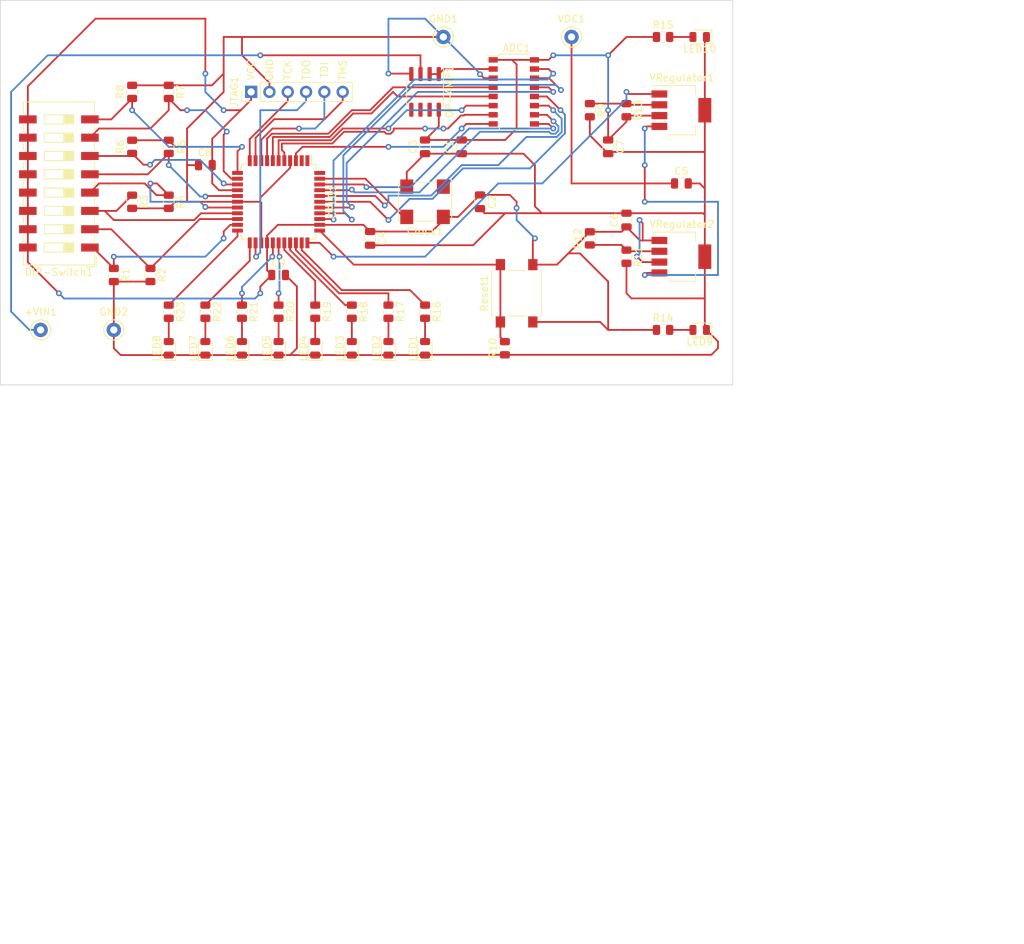
<source format=kicad_pcb>
(kicad_pcb (version 20211014) (generator pcbnew)
  (layers (0 "F.Cu" signal) (31 "B.Cu" signal) (34 "B.Paste" user) (35 "F.Paste" user) (36 "B.SilkS" user "B.Silkscreen") (37 "F.SilkS" user "F.Silkscreen") (38 "B.Mask" user) (39 "F.Mask" user) (44 "Edge.Cuts" user))
  (net 0 "")
  (net 1 "VPOS")
  (net 2 "+5V")
  (net 3 "Net-(ADC1-Pad2)")
  (net 4 "GND")
  (net 5 "CONVST")
  (net 6 "CS")
  (net 7 "RD")
  (net 8 "BUSY")
  (net 9 "ADC0")
  (net 10 "ADC1")
  (net 11 "ADC2")
  (net 12 "ADC3")
  (net 13 "ADC4")
  (net 14 "ADC5")
  (net 15 "ADC6")
  (net 16 "ADC7")
  (net 17 "+3V3")
  (net 18 "VDC")
  (net 20 "CLK")
  (net 22 "LED5")
  (net 23 "LED6")
  (net 24 "TDI")
  (net 25 "TMS")
  (net 26 "TCK")
  (net 27 "SW2")
  (net 28 "SW3")
  (net 29 "SW4")
  (net 30 "SW5")
  (net 31 "SW6")
  (net 32 "TDO")
  (net 33 "SW7")
  (net 34 "SW8")
  (net 35 "LED7")
  (net 36 "LED8")
  (net 37 "VEN5")
  (net 38 "SW1")
  (net 39 "RESET")
  (net 41 "LED1")
  (net 42 "LED2")
  (net 43 "LED3")
  (net 44 "LED4")
  (net 46 "Net-(LED1-Pad2)")
  (net 47 "Net-(LED2-Pad2)")
  (net 48 "Net-(LED3-Pad2)")
  (net 49 "Net-(LED4-Pad2)")
  (net 50 "Net-(LED5-Pad2)")
  (net 51 "Net-(LED6-Pad2)")
  (net 52 "Net-(LED7-Pad2)")
  (net 53 "Net-(LED8-Pad2)")
  (net 54 "Net-(LED9-Pad2)")
  (net 55 "Net-(LED10-Pad2)")
  (net 56 "Net-(R13-Pad1)")
  (net 57 "Net-(R11-Pad1)")
  (footprint "Resistor_SMD:R_0805_2012Metric" (layer "F.Cu") (at 170.18 78.74 -90)
    (fp_text reference "R9")
    (fp_text value "10K")
  )
  (footprint "Package_SO:SOIC-16" (layer "F.Cu") (at 160.02 76.2)
    (fp_text reference "ADC1")
    (fp_text value "AD7819YRZ")
  )
  (footprint "Button_Switch_SMD:SW_SPST_B3S-1000" (layer "F.Cu") (at 160.02 104.14 90)
    (fp_text reference "Reset1")
    (fp_text value "B3S-1000")
  )
  (footprint "TestPoint:TestPoint_Keystone_5000-5004_Miniature" (layer "F.Cu") (at 149.86 68.58)
    (fp_text reference "GND1")
    (fp_text value "TestPoint")
  )
  (footprint "Resistor_SMD:R_0805_2012Metric" (layer "F.Cu") (at 111.76 91.44 -90)
    (fp_text reference "R4")
    (fp_text value "10K")
  )
  (footprint "Oscillator:Oscillator_SMD_SeikoEpson_SG8002CA-4Pin_7.0x5.0mm" (layer "F.Cu") (at 147.32 91.44 180)
    (fp_text reference "Clock1")
    (fp_text value "CSX750FB32M-UT")
  )
  (footprint "Resistor_SMD:R_0805_2012Metric" (layer "F.Cu") (at 158.3925 111.76 90)
    (fp_text reference "R10")
    (fp_text value "10K")
  )
  (footprint "Package_SO:SOIC-8_3.9x4.9mm_P1.27mm" (layer "F.Cu") (at 147.32 76.2 -90)
    (fp_text reference "OP-AMP1")
    (fp_text value "AZ4558CMTR")
  )
  (footprint "Capacitor_SMD:C_0805_2012Metric" (layer "F.Cu") (at 172.72 83.82 -90)
    (fp_text reference "C7")
    (fp_text value "10uF")
  )
  (footprint "Capacitor_SMD:C_0805_2012Metric" (layer "F.Cu") (at 154.94 91.44 -90)
    (fp_text reference "C2")
    (fp_text value ".1uF")
  )
  (footprint "Resistor_SMD:R_0805_2012Metric" (layer "F.Cu") (at 104.14 101.6 -90)
    (fp_text reference "R1")
    (fp_text value "10K")
  )
  (footprint "Package_TO_SOT_SMD:SOT-223-5" (layer "F.Cu") (at 182.88 78.74)
    (fp_text reference "VRegulator1")
    (fp_text value "LP38692MP-ADJ")
  )
  (footprint "Resistor_SMD:R_0805_2012Metric" (layer "F.Cu") (at 106.68 76.2 90)
    (fp_text reference "R8")
    (fp_text value "10K")
  )
  (footprint "Resistor_SMD:R_0805_2012Metric" (layer "F.Cu") (at 121.92 106.6925 -90)
    (fp_text reference "R21")
    (fp_text value "510")
  )
  (footprint "Resistor_SMD:R_0805_2012Metric" (layer "F.Cu") (at 132.08 106.6925 -90)
    (fp_text reference "R19")
    (fp_text value "510")
  )
  (footprint "LED_SMD:LED_0805_2012Metric" (layer "F.Cu") (at 121.92 111.7725 90)
    (fp_text reference "LED6")
    (fp_text value "LED")
  )
  (footprint "Capacitor_SMD:C_0805_2012Metric" (layer "F.Cu") (at 116.84 86.36)
    (fp_text reference "C8")
    (fp_text value ".1uF")
  )
  (footprint "LED_SMD:LED_0805_2012Metric" (layer "F.Cu") (at 132.08 111.7725 90)
    (fp_text reference "LED4")
    (fp_text value "LED")
  )
  (footprint "Resistor_SMD:R_0805_2012Metric" (layer "F.Cu") (at 106.68 83.82 90)
    (fp_text reference "R6")
    (fp_text value "10K")
  )
  (footprint "LED_SMD:LED_0805_2012Metric" (layer "F.Cu") (at 127 111.7725 90)
    (fp_text reference "LED5")
    (fp_text value "LED")
  )
  (footprint "LED_SMD:LED_0805_2012Metric" (layer "F.Cu") (at 185.42 109.22 180)
    (fp_text reference "LED9")
    (fp_text value "LED")
  )
  (footprint "Resistor_SMD:R_0805_2012Metric" (layer "F.Cu") (at 175.26 78.74 -90)
    (fp_text reference "R13")
    (fp_text value "30K")
  )
  (footprint "Connector_PinHeader_2.54mm:JTAG" (layer "F.Cu") (at 123.19 76.2 90)
    (fp_text reference "JTAG1")
    (fp_text value "JTAG1")
  )
  (footprint "TestPoint:TestPoint_Keystone_5000-5004_Miniature" (layer "F.Cu") (at 104.14 109.22)
    (fp_text reference "GND2")
    (fp_text value "TestPoint")
  )
  (footprint "Resistor_SMD:R_0805_2012Metric" (layer "F.Cu") (at 137.16 106.6925 -90)
    (fp_text reference "R18")
    (fp_text value "510")
  )
  (footprint "Resistor_SMD:R_0805_2012Metric" (layer "F.Cu") (at 111.76 106.6925 -90)
    (fp_text reference "R23")
    (fp_text value "510")
  )
  (footprint "LED_SMD:LED_0805_2012Metric" (layer "F.Cu") (at 137.16 111.7725 90)
    (fp_text reference "LED3")
    (fp_text value "LED")
  )
  (footprint "Resistor_SMD:R_0805_2012Metric" (layer "F.Cu") (at 142.24 106.6925 -90)
    (fp_text reference "R17")
    (fp_text value "510")
  )
  (footprint "LED_SMD:LED_0805_2012Metric" (layer "F.Cu") (at 185.42 68.58 180)
    (fp_text reference "LED10")
    (fp_text value "LED")
  )
  (footprint "Capacitor_SMD:C_0805_2012Metric" (layer "F.Cu") (at 139.7 96.52 -90)
    (fp_text reference "C4")
    (fp_text value ".1uF")
  )
  (footprint "Resistor_SMD:R_0805_2012Metric" (layer "F.Cu") (at 106.68 91.44 -90)
    (fp_text reference "R3")
    (fp_text value "10K")
  )
  (footprint "Resistor_SMD:R_0805_2012Metric" (layer "F.Cu") (at 170.18 96.52 90)
    (fp_text reference "R12")
    (fp_text value "16.5K")
  )
  (footprint "Resistor_SMD:R_0805_2012Metric" (layer "F.Cu") (at 180.34 68.58)
    (fp_text reference "R15")
    (fp_text value "330")
  )
  (footprint "Package_TO_SOT_SMD:SOT-223-5" (layer "F.Cu") (at 182.88 99.06)
    (fp_text reference "VRegulator2")
    (fp_text value "LP38692MP-ADJ")
  )
  (footprint "Resistor_SMD:R_0805_2012Metric" (layer "F.Cu") (at 111.76 76.2 -90)
    (fp_text reference "R7")
    (fp_text value "10K")
  )
  (footprint "Capacitor_SMD:C_0805_2012Metric" (layer "F.Cu") (at 175.26 93.98 90)
    (fp_text reference "C6")
    (fp_text value "10uF")
  )
  (footprint "Resistor_SMD:R_0805_2012Metric" (layer "F.Cu") (at 127 106.6925 -90)
    (fp_text reference "R20")
    (fp_text value "510")
  )
  (footprint "Resistor_SMD:R_0805_2012Metric" (layer "F.Cu") (at 116.84 106.6925 -90)
    (fp_text reference "R22")
    (fp_text value "510")
  )
  (footprint "LED_SMD:LED_0805_2012Metric" (layer "F.Cu") (at 111.76 111.7725 90)
    (fp_text reference "LED8")
    (fp_text value "LED")
  )
  (footprint "Capacitor_SMD:C_0805_2012Metric" (layer "F.Cu") (at 127 101.6)
    (fp_text reference "C9")
    (fp_text value ".1uF")
  )
  (footprint "Resistor_SMD:R_0805_2012Metric" (layer "F.Cu") (at 175.26 99.06 -90)
    (fp_text reference "R11")
    (fp_text value "10K")
  )
  (footprint "LED_SMD:LED_0805_2012Metric" (layer "F.Cu") (at 142.24 111.7725 90)
    (fp_text reference "LED2")
    (fp_text value "LED")
  )
  (footprint "Resistor_SMD:R_0805_2012Metric" (layer "F.Cu") (at 180.34 109.22)
    (fp_text reference "R14")
    (fp_text value "330")
  )
  (footprint "Resistor_SMD:R_0805_2012Metric" (layer "F.Cu") (at 109.22 101.6 -90)
    (fp_text reference "R2")
    (fp_text value "10K")
  )
  (footprint "Capacitor_SMD:C_0805_2012Metric" (layer "F.Cu") (at 182.88 88.9)
    (fp_text reference "C5")
    (fp_text value "10uF")
  )
  (footprint "Package_QFP:TQFP-44_10x10mm_P0.8mm" (layer "F.Cu") (at 127 91.44 -90)
    (fp_text reference "CPLD1")
    (fp_text value "XC9572XL-VQG44C")
  )
  (footprint "LED_SMD:LED_0805_2012Metric" (layer "F.Cu") (at 116.84 111.7725 90)
    (fp_text reference "LED7")
    (fp_text value "LED")
  )
  (footprint "TestPoint:TestPoint_Keystone_5000-5004_Miniature" (layer "F.Cu") (at 93.98 109.22)
    (fp_text reference "+VIN1")
    (fp_text value "TestPoint")
  )
  (footprint "TestPoint:TestPoint_Keystone_5000-5004_Miniature" (layer "F.Cu") (at 167.64 68.58)
    (fp_text reference "VDC1")
    (fp_text value "TestPoint")
  )
  (footprint "Resistor_SMD:R_0805_2012Metric" (layer "F.Cu") (at 147.32 106.6925 -90)
    (fp_text reference "R16")
    (fp_text value "510")
  )
  (footprint "Capacitor_SMD:C_0805_2012Metric" (layer "F.Cu") (at 152.4 83.82 90)
    (fp_text reference "C1")
    (fp_text value ".1uF")
  )
  (footprint "LED_SMD:LED_0805_2012Metric" (layer "F.Cu") (at 147.32 111.7725 90)
    (fp_text reference "LED1")
    (fp_text value "LED")
  )
  (footprint "Resistor_SMD:R_0805_2012Metric" (layer "F.Cu") (at 111.76 83.82 -90)
    (fp_text reference "R5")
    (fp_text value "10K")
  )
  (footprint "Capacitor_SMD:C_0805_2012Metric" (layer "F.Cu") (at 147.32 83.82 90)
    (fp_text reference "C3")
    (fp_text value ".1uF")
  )
  (footprint "Button_Switch_SMD:SW_DIP_SPSTx08_Slide_9.78x22.5mm_W8.61mm_P2.54mm" (layer "F.Cu") (at 96.52 88.9 180)
    (fp_text reference "DIP-Switch1")
    (fp_text value "219-8MST")
  )
  (gr_rect (start 88.4 63.5) (end 190 116.84) (layer "Edge.Cuts") (width 0.1) (fill none))
  (segment (start 146.685 71.12) (end 124.46 71.12) (width 0.25) (layer "F.Cu") (net 1))
  (segment (start 146.685 73.725) (end 146.685 71.12) (width 0.25) (layer "F.Cu") (net 1))
  (via (at 124.46 71.12) (size 0.8) (drill 0.4) (layers "F.Cu" "B.Cu") (net 1))
  (segment (start 94.97 71.12) (end 124.46 71.12) (width 0.25) (layer "B.Cu") (net 1))
  (segment (start 89.89 106.68) (end 89.89 76.2) (width 0.25) (layer "B.Cu") (net 1))
  (segment (start 93.98 109.22) (end 92.43 109.22) (width 0.25) (layer "B.Cu") (net 1))
  (segment (start 89.89 76.2) (end 94.97 71.12) (width 0.25) (layer "B.Cu") (net 1))
  (segment (start 92.43 109.22) (end 89.89 106.68) (width 0.25) (layer "B.Cu") (net 1))
  (segment (start 149.225 78.675) (end 149.225 80.965) (width 0.25) (layer "F.Cu") (net 2))
  (segment (start 175.4225 79.49) (end 179.83 79.49) (width 0.25) (layer "F.Cu") (net 2))
  (segment (start 164.465 71.755) (end 165.1 71.12) (width 0.25) (layer "F.Cu") (net 2))
  (segment (start 158.43 82.87) (end 160.02 81.28) (width 0.25) (layer "F.Cu") (net 2))
  (segment (start 160.02 72.39) (end 159.385 71.755) (width 0.25) (layer "F.Cu") (net 2))
  (segment (start 156.77 71.755) (end 159.385 71.755) (width 0.25) (layer "F.Cu") (net 2))
  (segment (start 175.26 68.58) (end 179.4275 68.58) (width 0.25) (layer "F.Cu") (net 2))
  (segment (start 149.225 80.965) (end 147.32 82.87) (width 0.25) (layer "F.Cu") (net 2))
  (segment (start 172.72 82.87) (end 175.26 80.33) (width 0.25) (layer "F.Cu") (net 2))
  (segment (start 175.26 79.6525) (end 175.4225 79.49) (width 0.25) (layer "F.Cu") (net 2))
  (segment (start 160.02 81.28) (end 160.02 72.39) (width 0.25) (layer "F.Cu") (net 2))
  (segment (start 172.72 71.12) (end 175.26 68.58) (width 0.25) (layer "F.Cu") (net 2))
  (segment (start 162.49 71.755) (end 164.465 71.755) (width 0.25) (layer "F.Cu") (net 2))
  (segment (start 159.385 71.755) (end 162.49 71.755) (width 0.25) (layer "F.Cu") (net 2))
  (segment (start 152.4 82.87) (end 158.43 82.87) (width 0.25) (layer "F.Cu") (net 2))
  (segment (start 150.81 82.87) (end 152.4 82.87) (width 0.25) (layer "F.Cu") (net 2))
  (segment (start 175.26 80.33) (end 175.26 79.6525) (width 0.25) (layer "F.Cu") (net 2))
  (segment (start 172.72 82.87) (end 172.72 78.74) (width 0.25) (layer "F.Cu") (net 2))
  (segment (start 147.32 82.87) (end 150.81 82.87) (width 0.25) (layer "F.Cu") (net 2))
  (via (at 172.72 78.74) (size 0.8) (drill 0.4) (layers "F.Cu" "B.Cu") (net 2))
  (via (at 165.1 71.12) (size 0.8) (drill 0.4) (layers "F.Cu" "B.Cu") (net 2))
  (via (at 172.72 71.12) (size 0.8) (drill 0.4) (layers "F.Cu" "B.Cu") (net 2))
  (segment (start 165.1 71.12) (end 172.72 71.12) (width 0.25) (layer "B.Cu") (net 2))
  (segment (start 172.72 78.74) (end 172.72 71.12) (width 0.25) (layer "B.Cu") (net 2))
  (segment (start 147.955 73.725) (end 149.225 73.725) (width 0.25) (layer "F.Cu") (net 3))
  (segment (start 149.925 73.025) (end 156.77 73.025) (width 0.25) (layer "F.Cu") (net 3))
  (segment (start 149.225 73.725) (end 149.925 73.025) (width 0.25) (layer "F.Cu") (net 3))
  (segment (start 124.46 91.44) (end 121.3 91.44) (width 0.25) (layer "F.Cu") (net 4))
  (segment (start 147.32 112.71) (end 147.3575 112.6725) (width 0.25) (layer "F.Cu") (net 4))
  (segment (start 129.54 104.14) (end 129.54 111.76) (width 0.25) (layer "F.Cu") (net 4))
  (segment (start 186.13 68.8075) (end 186.3575 68.58) (width 0.25) (layer "F.Cu") (net 4))
  (segment (start 128.6 86.74) (end 124.46 90.88) (width 0.25) (layer "F.Cu") (net 4))
  (segment (start 186.13 104.85) (end 186.13 99.06) (width 0.25) (layer "F.Cu") (net 4))
  (segment (start 105.09 112.71) (end 111.76 112.71) (width 0.25) (layer "F.Cu") (net 4))
  (segment (start 152.4 84.77) (end 160.97 84.77) (width 0.25) (layer "F.Cu") (net 4))
  (segment (start 129.54 111.76) (end 128.59 112.71) (width 0.25) (layer "F.Cu") (net 4))
  (segment (start 172.72 84.77) (end 172.96 84.53) (width 0.25) (layer "F.Cu") (net 4))
  (segment (start 114.3 81.28) (end 119.38 76.2) (width 0.25) (layer "F.Cu") (net 4))
  (segment (start 172.96 84.53) (end 186.13 84.53) (width 0.25) (layer "F.Cu") (net 4))
  (segment (start 121.92 68.58) (end 149.86 68.58) (width 0.25) (layer "F.Cu") (net 4))
  (segment (start 127.95 101.6) (end 129.54 103.19) (width 0.25) (layer "F.Cu") (net 4))
  (segment (start 111.76 92.3525) (end 112.6725 91.44) (width 0.25) (layer "F.Cu") (net 4))
  (segment (start 185.89 93.03) (end 186.13 93.27) (width 0.25) (layer "F.Cu") (net 4))
  (segment (start 185.42 88.9) (end 186.13 89.61) (width 0.25) (layer "F.Cu") (net 4))
  (segment (start 114.3 83.82) (end 114.3 81.28) (width 0.25) (layer "F.Cu") (net 4))
  (segment (start 111.76 75.2875) (end 117.7525 75.2875) (width 0.25) (layer "F.Cu") (net 4))
  (segment (start 121.92 71.12) (end 125.73 74.93) (width 0.25) (layer "F.Cu") (net 4))
  (segment (start 187.96 111.76) (end 187.0475 112.6725) (width 0.25) (layer "F.Cu") (net 4))
  (segment (start 144.78 89.34) (end 144.78 87.31) (width 0.25) (layer "F.Cu") (net 4))
  (segment (start 112.6725 91.44) (end 114.3 91.44) (width 0.25) (layer "F.Cu") (net 4))
  (segment (start 155.4855 74.295) (end 154.94 73.7495) (width 0.25) (layer "F.Cu") (net 4))
  (segment (start 112.6725 83.82) (end 111.76 82.9075) (width 0.25) (layer "F.Cu") (net 4))
  (segment (start 129.54 103.19) (end 129.54 104.14) (width 0.25) (layer "F.Cu") (net 4))
  (segment (start 175.26 93.03) (end 185.89 93.03) (width 0.25) (layer "F.Cu") (net 4))
  (segment (start 111.76 112.71) (end 125.41 112.71) (width 0.25) (layer "F.Cu") (net 4))
  (segment (start 156.77 74.295) (end 155.4855 74.295) (width 0.25) (layer "F.Cu") (net 4))
  (segment (start 117.7525 75.2875) (end 119.38 73.66) (width 0.25) (layer "F.Cu") (net 4))
  (segment (start 186.13 108.9925) (end 186.13 104.85) (width 0.25) (layer "F.Cu") (net 4))
  (segment (start 154.94 92.39) (end 155.58 93.03) (width 0.25) (layer "F.Cu") (net 4))
  (segment (start 155.58 93.03) (end 158.43 93.03) (width 0.25) (layer "F.Cu") (net 4))
  (segment (start 186.13 99.06) (end 186.13 93.27) (width 0.25) (layer "F.Cu") (net 4))
  (segment (start 186.13 93.27) (end 186.13 89.61) (width 0.25) (layer "F.Cu") (net 4))
  (segment (start 186.3575 109.22) (end 187.96 110.8225) (width 0.25) (layer "F.Cu") (net 4))
  (segment (start 187.0475 112.6725) (end 158.3925 112.6725) (width 0.25) (layer "F.Cu") (net 4))
  (segment (start 145.35 73.66) (end 142.24 73.66) (width 0.25) (layer "F.Cu") (net 4))
  (segment (start 121.3 91.44) (end 114.3 91.44) (width 0.25) (layer "F.Cu") (net 4))
  (segment (start 104.14 102.5125) (end 104.14 109.22) (width 0.25) (layer "F.Cu") (net 4))
  (segment (start 124.6 97.14) (end 124.6 91.58) (width 0.25) (layer "F.Cu") (net 4))
  (segment (start 186.3575 109.22) (end 186.13 108.9925) (width 0.25) (layer "F.Cu") (net 4))
  (segment (start 175.26 99.9725) (end 175.26 104.14) (width 0.25) (layer "F.Cu") (net 4))
  (segment (start 144.78 87.31) (end 145.255 86.835) (width 0.25) (layer "F.Cu") (net 4))
  (segment (start 114.3 91.44) (end 114.3 86.36) (width 0.25) (layer "F.Cu") (net 4))
  (segment (start 170.18 79.6525) (end 170.18 82.23) (width 0.25) (layer "F.Cu") (net 4))
  (segment (start 187.96 110.8225) (end 187.96 111.76) (width 0.25) (layer "F.Cu") (net 4))
  (segment (start 175.97 104.85) (end 186.13 104.85) (width 0.25) (layer "F.Cu") (net 4))
  (segment (start 162.56 92.08) (end 163.51 93.03) (width 0.25) (layer "F.Cu") (net 4))
  (segment (start 183.83 88.9) (end 185.42 88.9) (width 0.25) (layer "F.Cu") (net 4))
  (segment (start 153.99 97.47) (end 158.43 93.03) (width 0.25) (layer "F.Cu") (net 4))
  (segment (start 114.3 86.36) (end 114.3 83.82) (width 0.25) (layer "F.Cu") (net 4))
  (segment (start 163.51 93.03) (end 175.26 93.03) (width 0.25) (layer "F.Cu") (net 4))
  (segment (start 160.97 84.77) (end 162.56 86.36) (width 0.25) (layer "F.Cu") (net 4))
  (segment (start 104.14 111.76) (end 105.09 112.71) (width 0.25) (layer "F.Cu") (net 4))
  (segment (start 170.18 82.23) (end 172.72 84.77) (width 0.25) (layer "F.Cu") (net 4))
  (segment (start 128.6 85.74) (end 128.6 86.74) (width 0.25) (layer "F.Cu") (net 4))
  (segment (start 139.7 97.47) (end 153.99 97.47) (width 0.25) (layer "F.Cu") (net 4))
  (segment (start 119.38 76.2) (end 119.38 73.66) (width 0.25) (layer "F.Cu") (net 4))
  (segment (start 125.41 112.71) (end 128.59 112.71) (width 0.25) (layer "F.Cu") (net 4))
  (segment (start 124.46 90.88) (end 124.46 91.44) (width 0.25) (layer "F.Cu") (net 4))
  (segment (start 128.59 112.71) (end 147.32 112.71) (width 0.25) (layer "F.Cu") (net 4))
  (segment (start 114.3 83.82) (end 112.6725 83.82) (width 0.25) (layer "F.Cu") (net 4))
  (segment (start 186.13 84.53) (end 186.13 78.74) (width 0.25) (layer "F.Cu") (net 4))
  (segment (start 147.3575 112.6725) (end 158.3925 112.6725) (width 0.25) (layer "F.Cu") (net 4))
  (segment (start 175.26 104.14) (end 175.97 104.85) (width 0.25) (layer "F.Cu") (net 4))
  (segment (start 106.68 75.2875) (end 111.76 75.2875) (width 0.25) (layer "F.Cu") (net 4))
  (segment (start 104.14 102.5125) (end 109.22 102.5125) (width 0.25) (layer "F.Cu") (net 4))
  (segment (start 162.56 86.36) (end 162.56 92.08) (width 0.25) (layer "F.Cu") (net 4))
  (segment (start 106.68 92.3525) (end 111.76 92.3525) (width 0.25) (layer "F.Cu") (net 4))
  (segment (start 106.68 82.9075) (end 111.76 82.9075) (width 0.25) (layer "F.Cu") (net 4))
  (segment (start 158.43 93.03) (end 160.97 93.03) (width 0.25) (layer "F.Cu") (net 4))
  (segment (start 125.73 74.93) (end 125.73 76.2) (width 0.25) (layer "F.Cu") (net 4))
  (segment (start 186.13 89.61) (end 186.13 84.53) (width 0.25) (layer "F.Cu") (net 4))
  (segment (start 145.415 73.725) (end 145.35 73.66) (width 0.25) (layer "F.Cu") (net 4))
  (segment (start 119.38 68.58) (end 121.92 68.58) (width 0.25) (layer "F.Cu") (net 4))
  (segment (start 124.6 91.58) (end 124.46 91.44) (width 0.25) (layer "F.Cu") (net 4))
  (segment (start 104.14 109.22) (end 104.14 111.76) (width 0.25) (layer "F.Cu") (net 4))
  (segment (start 145.255 86.835) (end 147.32 84.77) (width 0.25) (layer "F.Cu") (net 4))
  (segment (start 186.13 78.74) (end 186.13 68.8075) (width 0.25) (layer "F.Cu") (net 4))
  (segment (start 160.97 93.03) (end 163.51 93.03) (width 0.25) (layer "F.Cu") (net 4))
  (segment (start 147.32 84.77) (end 152.4 84.77) (width 0.25) (layer "F.Cu") (net 4))
  (segment (start 115.89 86.36) (end 114.3 86.36) (width 0.25) (layer "F.Cu") (net 4))
  (segment (start 121.92 68.58) (end 121.92 71.12) (width 0.25) (layer "F.Cu") (net 4))
  (segment (start 119.38 73.66) (end 119.38 68.58) (width 0.25) (layer "F.Cu") (net 4))
  (via (at 142.24 73.66) (size 0.8) (drill 0.4) (layers "F.Cu" "B.Cu") (net 4))
  (via (at 154.94 73.7495) (size 0.8) (drill 0.4) (layers "F.Cu" "B.Cu") (net 4))
  (segment (start 154.94 73.66) (end 149.86 68.58) (width 0.25) (layer "B.Cu") (net 4))
  (segment (start 142.24 73.66) (end 142.24 66.04) (width 0.25) (layer "B.Cu") (net 4))
  (segment (start 147.32 66.04) (end 149.86 68.58) (width 0.25) (layer "B.Cu") (net 4))
  (segment (start 154.94 73.7495) (end 154.94 73.66) (width 0.25) (layer "B.Cu") (net 4))
  (segment (start 142.24 66.04) (end 147.32 66.04) (width 0.25) (layer "B.Cu") (net 4))
  (segment (start 126.064041 82.004511) (end 133.895489 82.004511) (width 0.25) (layer "F.Cu") (net 5))
  (segment (start 125.4 85.74) (end 125.4 82.66952) (width 0.25) (layer "F.Cu") (net 5))
  (segment (start 142.875 75.565) (end 156.77 75.565) (width 0.25) (layer "F.Cu") (net 5))
  (segment (start 137.16 78.74) (end 139.7 78.74) (width 0.25) (layer "F.Cu") (net 5))
  (segment (start 133.895489 82.004511) (end 137.16 78.74) (width 0.25) (layer "F.Cu") (net 5))
  (segment (start 125.4 82.66952) (end 125.399516 82.669036) (width 0.25) (layer "F.Cu") (net 5))
  (segment (start 125.399516 82.669036) (end 126.064041 82.004511) (width 0.25) (layer "F.Cu") (net 5))
  (segment (start 139.7 78.74) (end 142.875 75.565) (width 0.25) (layer "F.Cu") (net 5))
  (segment (start 137.346198 79.18952) (end 134.081687 82.454031) (width 0.25) (layer "F.Cu") (net 6))
  (segment (start 139.886197 79.18952) (end 137.346198 79.18952) (width 0.25) (layer "F.Cu") (net 6))
  (segment (start 126.2 82.50427) (end 126.2 85.74) (width 0.25) (layer "F.Cu") (net 6))
  (segment (start 156.77 76.835) (end 143.510718 76.835) (width 0.25) (layer "F.Cu") (net 6))
  (segment (start 126.250239 82.454031) (end 126.2 82.50427) (width 0.25) (layer "F.Cu") (net 6))
  (segment (start 142.875718 76.2) (end 139.886197 79.18952) (width 0.25) (layer "F.Cu") (net 6))
  (segment (start 134.081687 82.454031) (end 126.250239 82.454031) (width 0.25) (layer "F.Cu") (net 6))
  (segment (start 143.510718 76.835) (end 142.875718 76.2) (width 0.25) (layer "F.Cu") (net 6))
  (segment (start 127 85.74) (end 127 82.903551) (width 0.25) (layer "F.Cu") (net 7))
  (segment (start 135.891436 81.28) (end 142.24 81.28) (width 0.25) (layer "F.Cu") (net 7))
  (segment (start 153.035 78.105) (end 156.77 78.105) (width 0.25) (layer "F.Cu") (net 7))
  (segment (start 134.267884 82.903551) (end 135.891436 81.28) (width 0.25) (layer "F.Cu") (net 7))
  (segment (start 152.4 78.74) (end 153.035 78.105) (width 0.25) (layer "F.Cu") (net 7))
  (segment (start 127 82.903551) (end 134.267884 82.903551) (width 0.25) (layer "F.Cu") (net 7))
  (via (at 152.4 78.74) (size 0.8) (drill 0.4) (layers "F.Cu" "B.Cu") (net 7))
  (via (at 142.24 81.28) (size 0.8) (drill 0.4) (layers "F.Cu" "B.Cu") (net 7))
  (segment (start 144.78 78.74) (end 152.4 78.74) (width 0.25) (layer "B.Cu") (net 7))
  (segment (start 142.24 81.28) (end 144.78 78.74) (width 0.25) (layer "B.Cu") (net 7))
  (segment (start 142.964511 81.580103) (end 142.964511 81.28) (width 0.25) (layer "F.Cu") (net 8))
  (segment (start 136.077634 81.72952) (end 141.664906 81.72952) (width 0.25) (layer "F.Cu") (net 8))
  (segment (start 152.310489 79.464511) (end 152.700103 79.464511) (width 0.25) (layer "F.Cu") (net 8))
  (segment (start 127.44952 84.26952) (end 127.44952 83.37048) (width 0.25) (layer "F.Cu") (net 8))
  (segment (start 127.8 84.62) (end 127.44952 84.26952) (width 0.25) (layer "F.Cu") (net 8))
  (segment (start 127.44952 83.37048) (end 127.466929 83.353071) (width 0.25) (layer "F.Cu") (net 8))
  (segment (start 141.664906 81.72952) (end 141.939897 82.004511) (width 0.25) (layer "F.Cu") (net 8))
  (segment (start 152.789614 79.375) (end 156.77 79.375) (width 0.25) (layer "F.Cu") (net 8))
  (segment (start 127.466929 83.353071) (end 134.454083 83.353071) (width 0.25) (layer "F.Cu") (net 8))
  (segment (start 134.454083 83.353071) (end 136.077634 81.72952) (width 0.25) (layer "F.Cu") (net 8))
  (segment (start 127.8 85.74) (end 127.8 84.62) (width 0.25) (layer "F.Cu") (net 8))
  (segment (start 141.939897 82.004511) (end 142.540103 82.004511) (width 0.25) (layer "F.Cu") (net 8))
  (segment (start 142.540103 82.004511) (end 142.964511 81.580103) (width 0.25) (layer "F.Cu") (net 8))
  (segment (start 152.700103 79.464511) (end 152.789614 79.375) (width 0.25) (layer "F.Cu") (net 8))
  (segment (start 142.964511 81.28) (end 147.32 81.28) (width 0.25) (layer "F.Cu") (net 8))
  (segment (start 150.488039 81.286961) (end 152.310489 79.464511) (width 0.25) (layer "F.Cu") (net 8))
  (segment (start 149.874032 81.286961) (end 150.488039 81.286961) (width 0.25) (layer "F.Cu") (net 8))
  (via (at 147.32 81.28) (size 0.8) (drill 0.4) (layers "F.Cu" "B.Cu") (net 8))
  (via (at 149.874032 81.286961) (size 0.8) (drill 0.4) (layers "F.Cu" "B.Cu") (net 8))
  (segment (start 147.32 81.28) (end 149.867071 81.28) (width 0.25) (layer "B.Cu") (net 8))
  (segment (start 149.867071 81.28) (end 149.874032 81.286961) (width 0.25) (layer "B.Cu") (net 8))
  (segment (start 134.62 83.82) (end 142.24 83.82) (width 0.25) (layer "F.Cu") (net 9))
  (segment (start 129.4 85.74) (end 129.4 84.74) (width 0.25) (layer "F.Cu") (net 9))
  (segment (start 153.035 80.645) (end 152.4 81.28) (width 0.25) (layer "F.Cu") (net 9))
  (segment (start 129.4 84.74) (end 130.32 83.82) (width 0.25) (layer "F.Cu") (net 9))
  (segment (start 130.32 83.82) (end 134.62 83.82) (width 0.25) (layer "F.Cu") (net 9))
  (segment (start 156.77 80.645) (end 153.035 80.645) (width 0.25) (layer "F.Cu") (net 9))
  (via (at 152.4 81.28) (size 0.8) (drill 0.4) (layers "F.Cu" "B.Cu") (net 9))
  (via (at 142.24 83.82) (size 0.8) (drill 0.4) (layers "F.Cu" "B.Cu") (net 9))
  (segment (start 142.24 83.82) (end 149.86 83.82) (width 0.25) (layer "B.Cu") (net 9))
  (segment (start 149.86 83.82) (end 152.4 81.28) (width 0.25) (layer "B.Cu") (net 9))
  (segment (start 138.815402 89.04) (end 139.187701 89.412299) (width 0.25) (layer "F.Cu") (net 10))
  (segment (start 164.465 80.645) (end 162.49 80.645) (width 0.25) (layer "F.Cu") (net 10))
  (segment (start 132.7 89.04) (end 138.815402 89.04) (width 0.25) (layer "F.Cu") (net 10))
  (segment (start 165.1 81.28) (end 164.465 80.645) (width 0.25) (layer "F.Cu") (net 10))
  (via (at 139.187701 89.412299) (size 0.8) (drill 0.4) (layers "F.Cu" "B.Cu") (net 10))
  (via (at 165.1 81.28) (size 0.8) (drill 0.4) (layers "F.Cu" "B.Cu") (net 10))
  (segment (start 153.424614 81.28) (end 165.1 81.28) (width 0.25) (layer "B.Cu") (net 10))
  (segment (start 145.292315 89.412299) (end 153.424614 81.28) (width 0.25) (layer "B.Cu") (net 10))
  (segment (start 139.187701 89.412299) (end 145.292315 89.412299) (width 0.25) (layer "B.Cu") (net 10))
  (segment (start 137.0845 89.84) (end 137.16 89.7645) (width 0.25) (layer "F.Cu") (net 11))
  (segment (start 164.231406 79.375) (end 165.137611 80.281205) (width 0.25) (layer "F.Cu") (net 11))
  (segment (start 132.7 89.84) (end 137.0845 89.84) (width 0.25) (layer "F.Cu") (net 11))
  (segment (start 162.49 79.375) (end 164.231406 79.375) (width 0.25) (layer "F.Cu") (net 11))
  (via (at 165.137611 80.281205) (size 0.8) (drill 0.4) (layers "F.Cu" "B.Cu") (net 11))
  (via (at 137.16 89.7645) (size 0.8) (drill 0.4) (layers "F.Cu" "B.Cu") (net 11))
  (segment (start 146.53271 90.13681) (end 137.53231 90.13681) (width 0.25) (layer "B.Cu") (net 11))
  (segment (start 165.824511 80.968105) (end 165.824511 81.580103) (width 0.25) (layer "B.Cu") (net 11))
  (segment (start 164.799897 82.004511) (end 164.524906 81.72952) (width 0.25) (layer "B.Cu") (net 11))
  (segment (start 154.94 81.72952) (end 146.53271 90.13681) (width 0.25) (layer "B.Cu") (net 11))
  (segment (start 137.53231 90.13681) (end 137.16 89.7645) (width 0.25) (layer "B.Cu") (net 11))
  (segment (start 165.824511 81.580103) (end 165.400103 82.004511) (width 0.25) (layer "B.Cu") (net 11))
  (segment (start 165.400103 82.004511) (end 164.799897 82.004511) (width 0.25) (layer "B.Cu") (net 11))
  (segment (start 165.137611 80.281205) (end 165.824511 80.968105) (width 0.25) (layer "B.Cu") (net 11))
  (segment (start 164.524906 81.72952) (end 154.94 81.72952) (width 0.25) (layer "B.Cu") (net 11))
  (segment (start 165.1 78.74) (end 164.465 78.105) (width 0.25) (layer "F.Cu") (net 12))
  (segment (start 164.465 78.105) (end 162.49 78.105) (width 0.25) (layer "F.Cu") (net 12))
  (segment (start 132.7 90.64) (end 140.415402 90.64) (width 0.25) (layer "F.Cu") (net 12))
  (segment (start 140.415402 90.64) (end 141.727701 91.952299) (width 0.25) (layer "F.Cu") (net 12))
  (via (at 141.727701 91.952299) (size 0.8) (drill 0.4) (layers "F.Cu" "B.Cu") (net 12))
  (via (at 165.1 78.74) (size 0.8) (drill 0.4) (layers "F.Cu" "B.Cu") (net 12))
  (segment (start 152.4 86.36) (end 157.48 86.36) (width 0.25) (layer "B.Cu") (net 12))
  (segment (start 157.48 86.36) (end 161.385969 82.454031) (width 0.25) (layer "B.Cu") (net 12))
  (segment (start 165.586301 82.454031) (end 166.274031 81.766301) (width 0.25) (layer "B.Cu") (net 12))
  (segment (start 148.17367 90.58633) (end 152.4 86.36) (width 0.25) (layer "B.Cu") (net 12))
  (segment (start 141.727701 91.952299) (end 142.24 91.44) (width 0.25) (layer "B.Cu") (net 12))
  (segment (start 166.274031 81.766301) (end 166.274031 79.914031) (width 0.25) (layer "B.Cu") (net 12))
  (segment (start 142.24 91.44) (end 142.24 90.58633) (width 0.25) (layer "B.Cu") (net 12))
  (segment (start 161.385969 82.454031) (end 165.586301 82.454031) (width 0.25) (layer "B.Cu") (net 12))
  (segment (start 142.24 90.58633) (end 148.17367 90.58633) (width 0.25) (layer "B.Cu") (net 12))
  (segment (start 166.274031 79.914031) (end 165.1 78.74) (width 0.25) (layer "B.Cu") (net 12))
  (segment (start 139.7 91.44) (end 142.24 93.98) (width 0.25) (layer "F.Cu") (net 13))
  (segment (start 166.112051 78.727452) (end 164.219599 76.835) (width 0.25) (layer "F.Cu") (net 13))
  (segment (start 164.219599 76.835) (end 162.49 76.835) (width 0.25) (layer "F.Cu") (net 13))
  (segment (start 132.7 91.44) (end 139.7 91.44) (width 0.25) (layer "F.Cu") (net 13))
  (via (at 166.112051 78.727452) (size 0.8) (drill 0.4) (layers "F.Cu" "B.Cu") (net 13))
  (via (at 142.24 93.98) (size 0.8) (drill 0.4) (layers "F.Cu" "B.Cu") (net 13))
  (segment (start 152.586198 86.80952) (end 161.866529 86.80952) (width 0.25) (layer "B.Cu") (net 13))
  (segment (start 148.359868 91.03585) (end 152.586198 86.80952) (width 0.25) (layer "B.Cu") (net 13))
  (segment (start 166.723551 79.338952) (end 166.112051 78.727452) (width 0.25) (layer "B.Cu") (net 13))
  (segment (start 142.24 93.98) (end 145.18415 91.03585) (width 0.25) (layer "B.Cu") (net 13))
  (segment (start 161.866529 86.80952) (end 166.723551 81.952498) (width 0.25) (layer "B.Cu") (net 13))
  (segment (start 166.723551 81.952498) (end 166.723551 79.338952) (width 0.25) (layer "B.Cu") (net 13))
  (segment (start 145.18415 91.03585) (end 148.359868 91.03585) (width 0.25) (layer "B.Cu") (net 13))
  (segment (start 165.1 76.2) (end 164.465 75.565) (width 0.25) (layer "F.Cu") (net 14))
  (segment (start 164.465 75.565) (end 162.49 75.565) (width 0.25) (layer "F.Cu") (net 14))
  (segment (start 132.7 92.24) (end 137.0845 92.24) (width 0.25) (layer "F.Cu") (net 14))
  (segment (start 137.0845 92.24) (end 137.16 92.1645) (width 0.25) (layer "F.Cu") (net 14))
  (via (at 137.16 92.1645) (size 0.8) (drill 0.4) (layers "F.Cu" "B.Cu") (net 14))
  (via (at 165.1 76.2) (size 0.8) (drill 0.4) (layers "F.Cu" "B.Cu") (net 14))
  (segment (start 136.435489 91.439989) (end 136.435489 86.059897) (width 0.25) (layer "B.Cu") (net 14))
  (segment (start 137.16 92.1645) (end 136.435489 91.439989) (width 0.25) (layer "B.Cu") (net 14))
  (segment (start 136.435489 86.059897) (end 146.295386 76.2) (width 0.25) (layer "B.Cu") (net 14))
  (segment (start 146.295386 76.2) (end 165.1 76.2) (width 0.25) (layer "B.Cu") (net 14))
  (segment (start 166.170891 75.936635) (end 164.529256 74.295) (width 0.25) (layer "F.Cu") (net 15))
  (segment (start 136.22 93.04) (end 137.16 93.98) (width 0.25) (layer "F.Cu") (net 15))
  (segment (start 132.7 93.04) (end 136.22 93.04) (width 0.25) (layer "F.Cu") (net 15))
  (segment (start 137.16 93.98) (end 137.16 93.9155) (width 0.25) (layer "F.Cu") (net 15))
  (segment (start 164.529256 74.295) (end 162.49 74.295) (width 0.25) (layer "F.Cu") (net 15))
  (via (at 137.16 93.9155) (size 0.8) (drill 0.4) (layers "F.Cu" "B.Cu") (net 15))
  (via (at 166.170891 75.936635) (size 0.8) (drill 0.4) (layers "F.Cu" "B.Cu") (net 15))
  (segment (start 137.16 93.9155) (end 135.985969 92.741469) (width 0.25) (layer "B.Cu") (net 15))
  (segment (start 165.458299 75.224043) (end 166.170891 75.936635) (width 0.25) (layer "B.Cu") (net 15))
  (segment (start 135.985969 84.994031) (end 145.755957 75.224043) (width 0.25) (layer "B.Cu") (net 15))
  (segment (start 145.755957 75.224043) (end 165.458299 75.224043) (width 0.25) (layer "B.Cu") (net 15))
  (segment (start 135.985969 92.741469) (end 135.985969 84.994031) (width 0.25) (layer "B.Cu") (net 15))
  (segment (start 165.1 73.66) (end 164.465 73.025) (width 0.25) (layer "F.Cu") (net 16))
  (segment (start 132.7 93.84) (end 134.5445 93.84) (width 0.25) (layer "F.Cu") (net 16))
  (segment (start 164.465 73.025) (end 162.49 73.025) (width 0.25) (layer "F.Cu") (net 16))
  (segment (start 134.5445 93.84) (end 134.62 93.9155) (width 0.25) (layer "F.Cu") (net 16))
  (via (at 134.62 93.9155) (size 0.8) (drill 0.4) (layers "F.Cu" "B.Cu") (net 16))
  (via (at 165.1 73.66) (size 0.8) (drill 0.4) (layers "F.Cu" "B.Cu") (net 16))
  (segment (start 145.870272 74.474011) (end 164.285989 74.474011) (width 0.25) (layer "B.Cu") (net 16))
  (segment (start 134.62 85.724283) (end 145.870272 74.474011) (width 0.25) (layer "B.Cu") (net 16))
  (segment (start 164.285989 74.474011) (end 165.1 73.66) (width 0.25) (layer "B.Cu") (net 16))
  (segment (start 134.62 93.9155) (end 134.62 85.724283) (width 0.25) (layer "B.Cu") (net 16))
  (segment (start 139.7 95.57) (end 143.19 95.57) (width 0.25) (layer "F.Cu") (net 17))
  (segment (start 159.07 90.49) (end 160.02 91.44) (width 0.25) (layer "F.Cu") (net 17))
  (segment (start 138.77 94.64) (end 139.7 95.57) (width 0.25) (layer "F.Cu") (net 17))
  (segment (start 117.79 82.7) (end 117.79 86.36) (width 0.25) (layer "F.Cu") (net 17))
  (segment (start 177.0755 93.98) (end 177.51 94.4145) (width 0.25) (layer "F.Cu") (net 17))
  (segment (start 125.4 97.14) (end 125.4 96.14) (width 0.25) (layer "F.Cu") (net 17))
  (segment (start 125.4 96.14) (end 126.9 94.64) (width 0.25) (layer "F.Cu") (net 17))
  (segment (start 179.83 99.81) (end 177.475789 99.81) (width 0.25) (layer "F.Cu") (net 17))
  (segment (start 160.02 91.44) (end 160.02 92.3055) (width 0.25) (layer "F.Cu") (net 17))
  (segment (start 177.51 96.81) (end 177.14 96.81) (width 0.25) (layer "F.Cu") (net 17))
  (segment (start 179.4275 109.22) (end 172.72 109.22) (width 0.25) (layer "F.Cu") (net 17))
  (segment (start 172.72 102.5125) (end 168.81125 98.60375) (width 0.25) (layer "F.Cu") (net 17))
  (segment (start 125.4 97.14) (end 125.4 100.95) (width 0.25) (layer "F.Cu") (net 17))
  (segment (start 154.94 90.49) (end 151.89 93.54) (width 0.25) (layer "F.Cu") (net 17))
  (segment (start 125.4 100.95) (end 126.05 101.6) (width 0.25) (layer "F.Cu") (net 17))
  (segment (start 92.215 75.425) (end 101.6 66.04) (width 0.25) (layer "F.Cu") (net 17))
  (segment (start 162.56 96.52) (end 162.27 96.81) (width 0.25) (layer "F.Cu") (net 17))
  (segment (start 124.46 104.14) (end 124.46 103.19) (width 0.25) (layer "F.Cu") (net 17))
  (segment (start 123.19 77.3) (end 121.835 78.655) (width 0.25) (layer "F.Cu") (net 17))
  (segment (start 179.83 96.81) (end 177.51 96.81) (width 0.25) (layer "F.Cu") (net 17))
  (segment (start 121.835 78.655) (end 121.75 78.74) (width 0.25) (layer "F.Cu") (net 17))
  (segment (start 117.79 88.9) (end 117.79 86.36) (width 0.25) (layer "F.Cu") (net 17))
  (segment (start 162.27 96.81) (end 162.27 100.165) (width 0.25) (layer "F.Cu") (net 17))
  (segment (start 124.46 103.19) (end 126.05 101.6) (width 0.25) (layer "F.Cu") (net 17))
  (segment (start 165.6225 100.165) (end 162.27 100.165) (width 0.25) (layer "F.Cu") (net 17))
  (segment (start 171.615 108.115) (end 172.72 109.22) (width 0.25) (layer "F.Cu") (net 17))
  (segment (start 92.215 99.835) (end 96.52 104.14) (width 0.25) (layer "F.Cu") (net 17))
  (segment (start 162.27 108.115) (end 171.615 108.115) (width 0.25) (layer "F.Cu") (net 17))
  (segment (start 151.89 93.54) (end 149.86 93.54) (width 0.25) (layer "F.Cu") (net 17))
  (segment (start 123.19 76.2) (end 123.19 77.3) (width 0.25) (layer "F.Cu") (net 17))
  (segment (start 167.18375 98.60375) (end 165.6225 100.165) (width 0.25) (layer "F.Cu") (net 17))
  (segment (start 121.75 78.74) (end 119.38 78.74) (width 0.25) (layer "F.Cu") (net 17))
  (segment (start 118.73 89.84) (end 121.3 89.84) (width 0.25) (layer "F.Cu") (net 17))
  (segment (start 172.72 109.22) (end 172.72 102.5125) (width 0.25) (layer "F.Cu") (net 17))
  (segment (start 101.6 66.04) (end 116.84 66.04) (width 0.25) (layer "F.Cu") (net 17))
  (segment (start 92.215 80.01) (end 92.215 75.425) (width 0.25) (layer "F.Cu") (net 17))
  (segment (start 148.27 95.57) (end 149.86 93.98) (width 0.25) (layer "F.Cu") (net 17))
  (segment (start 143.19 95.57) (end 148.27 95.57) (width 0.25) (layer "F.Cu") (net 17))
  (segment (start 126.9 94.64) (end 132.7 94.64) (width 0.25) (layer "F.Cu") (net 17))
  (segment (start 177.14 96.81) (end 175.26 94.93) (width 0.25) (layer "F.Cu") (net 17))
  (segment (start 177.475789 99.81) (end 176.700289 99.0345) (width 0.25) (layer "F.Cu") (net 17))
  (segment (start 174.5825 95.6075) (end 175.26 94.93) (width 0.25) (layer "F.Cu") (net 17))
  (segment (start 170.18 95.6075) (end 174.5825 95.6075) (width 0.25) (layer "F.Cu") (net 17))
  (segment (start 118.73 89.84) (end 117.79 88.9) (width 0.25) (layer "F.Cu") (net 17))
  (segment (start 92.215 97.79) (end 92.215 99.835) (width 0.25) (layer "F.Cu") (net 17))
  (segment (start 121.835 78.655) (end 117.79 82.7) (width 0.25) (layer "F.Cu") (net 17))
  (segment (start 132.7 94.64) (end 138.77 94.64) (width 0.25) (layer "F.Cu") (net 17))
  (segment (start 154.94 90.49) (end 159.07 90.49) (width 0.25) (layer "F.Cu") (net 17))
  (segment (start 168.81125 98.60375) (end 167.18375 98.60375) (width 0.25) (layer "F.Cu") (net 17))
  (segment (start 116.84 73.66) (end 116.84 66.04) (width 0.25) (layer "F.Cu") (net 17))
  (segment (start 92.215 80.01) (end 92.215 97.79) (width 0.25) (layer "F.Cu") (net 17))
  (segment (start 177.51 94.4145) (end 177.51 96.81) (width 0.25) (layer "F.Cu") (net 17))
  (segment (start 149.86 93.98) (end 149.86 93.54) (width 0.25) (layer "F.Cu") (net 17))
  (segment (start 170.18 95.6075) (end 167.18375 98.60375) (width 0.25) (layer "F.Cu") (net 17))
  (via (at 177.0755 93.98) (size 0.8) (drill 0.4) (layers "F.Cu" "B.Cu") (net 17))
  (via (at 124.46 104.14) (size 0.8) (drill 0.4) (layers "F.Cu" "B.Cu") (net 17))
  (via (at 116.84 73.66) (size 0.8) (drill 0.4) (layers "F.Cu" "B.Cu") (net 17))
  (via (at 160.02 92.3055) (size 0.8) (drill 0.4) (layers "F.Cu" "B.Cu") (net 17))
  (via (at 176.700289 99.0345) (size 0.8) (drill 0.4) (layers "F.Cu" "B.Cu") (net 17))
  (via (at 162.56 96.52) (size 0.8) (drill 0.4) (layers "F.Cu" "B.Cu") (net 17))
  (via (at 119.38 78.74) (size 0.8) (drill 0.4) (layers "F.Cu" "B.Cu") (net 17))
  (via (at 96.52 104.14) (size 0.8) (drill 0.4) (layers "F.Cu" "B.Cu") (net 17))
  (segment (start 123.735489 104.864511) (end 124.46 104.14) (width 0.25) (layer "B.Cu") (net 17))
  (segment (start 116.84 76.2) (end 116.84 73.66) (width 0.25) (layer "B.Cu") (net 17))
  (segment (start 97.244511 104.864511) (end 123.735489 104.864511) (width 0.25) (layer "B.Cu") (net 17))
  (segment (start 160.02 92.3055) (end 160.02 93.98) (width 0.25) (layer "B.Cu") (net 17))
  (segment (start 177.0755 98.659289) (end 177.0755 93.98) (width 0.25) (layer "B.Cu") (net 17))
  (segment (start 119.38 78.74) (end 116.84 76.2) (width 0.25) (layer "B.Cu") (net 17))
  (segment (start 176.700289 99.0345) (end 177.0755 98.659289) (width 0.25) (layer "B.Cu") (net 17))
  (segment (start 160.02 93.98) (end 162.56 96.52) (width 0.25) (layer "B.Cu") (net 17))
  (segment (start 96.52 104.14) (end 97.244511 104.864511) (width 0.25) (layer "B.Cu") (net 17))
  (segment (start 177.8 88.9) (end 177.8 91.44) (width 0.25) (layer "F.Cu") (net 18))
  (segment (start 178.09 80.99) (end 177.8 81.28) (width 0.25) (layer "F.Cu") (net 18))
  (segment (start 178.09 101.31) (end 177.8 101.6) (width 0.25) (layer "F.Cu") (net 18))
  (segment (start 177.8 86.36) (end 177.8 88.9) (width 0.25) (layer "F.Cu") (net 18))
  (segment (start 181.93 88.9) (end 167.64 88.9) (width 0.25) (layer "F.Cu") (net 18))
  (segment (start 167.64 88.9) (end 167.64 68.58) (width 0.25) (layer "F.Cu") (net 18))
  (segment (start 179.83 80.99) (end 178.09 80.99) (width 0.25) (layer "F.Cu") (net 18))
  (segment (start 179.83 101.31) (end 178.09 101.31) (width 0.25) (layer "F.Cu") (net 18))
  (via (at 177.8 86.36) (size 0.8) (drill 0.4) (layers "F.Cu" "B.Cu") (net 18))
  (via (at 177.8 91.44) (size 0.8) (drill 0.4) (layers "F.Cu" "B.Cu") (net 18))
  (via (at 177.8 81.28) (size 0.8) (drill 0.4) (layers "F.Cu" "B.Cu") (net 18))
  (via (at 177.8 101.6) (size 0.8) (drill 0.4) (layers "F.Cu" "B.Cu") (net 18))
  (segment (start 187.96 101.6) (end 187.96 91.44) (width 0.25) (layer "B.Cu") (net 18))
  (segment (start 187.96 101.6) (end 177.8 101.6) (width 0.25) (layer "B.Cu") (net 18))
  (segment (start 187.96 91.44) (end 177.8 91.44) (width 0.25) (layer "B.Cu") (net 18))
  (segment (start 177.8 81.28) (end 177.8 86.36) (width 0.25) (layer "B.Cu") (net 18))
  (segment (start 139.04 88.24) (end 144.34 93.54) (width 0.25) (layer "F.Cu") (net 20))
  (segment (start 132.7 88.24) (end 139.04 88.24) (width 0.25) (layer "F.Cu") (net 20))
  (segment (start 144.34 93.54) (end 144.78 93.54) (width 0.25) (layer "F.Cu") (net 20))
  (segment (start 127 98.935997) (end 127.124003 99.06) (width 0.25) (layer "F.Cu") (net 22))
  (segment (start 127 104.14) (end 127 105.78) (width 0.25) (layer "F.Cu") (net 22))
  (segment (start 127 97.14) (end 127 98.935997) (width 0.25) (layer "F.Cu") (net 22))
  (via (at 127.124003 99.06) (size 0.8) (drill 0.4) (layers "F.Cu" "B.Cu") (net 22))
  (via (at 127 104.14) (size 0.8) (drill 0.4) (layers "F.Cu" "B.Cu") (net 22))
  (segment (start 127.124003 104.015997) (end 127 104.14) (width 0.25) (layer "B.Cu") (net 22))
  (segment (start 127.124003 99.06) (end 127.124003 104.015997) (width 0.25) (layer "B.Cu") (net 22))
  (segment (start 126.2 97.14) (end 126.2 98.9845) (width 0.25) (layer "F.Cu") (net 23))
  (segment (start 126.2 98.9845) (end 126.1245 99.06) (width 0.25) (layer "F.Cu") (net 23))
  (segment (start 121.92 104.14) (end 121.92 105.78) (width 0.25) (layer "F.Cu") (net 23))
  (via (at 121.92 104.14) (size 0.8) (drill 0.4) (layers "F.Cu" "B.Cu") (net 23))
  (via (at 126.1245 99.06) (size 0.8) (drill 0.4) (layers "F.Cu" "B.Cu") (net 23))
  (segment (start 121.92 103.2645) (end 121.92 104.14) (width 0.25) (layer "B.Cu") (net 23))
  (segment (start 126.1245 99.06) (end 121.92 103.2645) (width 0.25) (layer "B.Cu") (net 23))
  (segment (start 126.152834 81.28) (end 124.6 82.832834) (width 0.25) (layer "F.Cu") (net 24))
  (segment (start 129.824971 81.28) (end 126.152834 81.28) (width 0.25) (layer "F.Cu") (net 24))
  (segment (start 124.6 82.832834) (end 124.6 85.74) (width 0.25) (layer "F.Cu") (net 24))
  (via (at 129.824971 81.28) (size 0.8) (drill 0.4) (layers "F.Cu" "B.Cu") (net 24))
  (segment (start 129.824971 81.28) (end 132.08 81.28) (width 0.25) (layer "B.Cu") (net 24))
  (segment (start 133.35 80.01) (end 133.35 76.2) (width 0.25) (layer "B.Cu") (net 24))
  (segment (start 132.08 81.28) (end 133.35 80.01) (width 0.25) (layer "B.Cu") (net 24))
  (segment (start 135.89 76.2) (end 135.89 77.47) (width 0.25) (layer "F.Cu") (net 25))
  (segment (start 123.8 82.575718) (end 123.8 85.74) (width 0.25) (layer "F.Cu") (net 25))
  (segment (start 133.376686 79.983314) (end 126.392404 79.983314) (width 0.25) (layer "F.Cu") (net 25))
  (segment (start 135.89 77.47) (end 133.376686 79.983314) (width 0.25) (layer "F.Cu") (net 25))
  (segment (start 126.392404 79.983314) (end 123.8 82.575718) (width 0.25) (layer "F.Cu") (net 25))
  (segment (start 128.27 76.2) (end 128.27 77.47) (width 0.25) (layer "F.Cu") (net 26))
  (segment (start 128.27 77.47) (end 123 82.74) (width 0.25) (layer "F.Cu") (net 26))
  (segment (start 123 82.74) (end 123 85.74) (width 0.25) (layer "F.Cu") (net 26))
  (segment (start 100.825 95.25) (end 103.7825 95.25) (width 0.25) (layer "F.Cu") (net 27))
  (segment (start 116.0675 93.84) (end 109.22 100.6875) (width 0.25) (layer "F.Cu") (net 27))
  (segment (start 103.7825 95.25) (end 109.22 100.6875) (width 0.25) (layer "F.Cu") (net 27))
  (segment (start 121.3 93.84) (end 116.0675 93.84) (width 0.25) (layer "F.Cu") (net 27))
  (segment (start 104.14 93.98) (end 102.87 92.71) (width 0.25) (layer "F.Cu") (net 28))
  (segment (start 100.825 92.71) (end 104.4975 92.71) (width 0.25) (layer "F.Cu") (net 28))
  (segment (start 115.291782 93.98) (end 104.14 93.98) (width 0.25) (layer "F.Cu") (net 28))
  (segment (start 121.3 93.04) (end 116.231782 93.04) (width 0.25) (layer "F.Cu") (net 28))
  (segment (start 116.231782 93.04) (end 115.291782 93.98) (width 0.25) (layer "F.Cu") (net 28))
  (segment (start 104.4975 92.71) (end 106.68 90.5275) (width 0.25) (layer "F.Cu") (net 28))
  (segment (start 110.05702 90.5275) (end 111.76 90.5275) (width 0.25) (layer "F.Cu") (net 29))
  (segment (start 109.22 88.9) (end 110.1325 88.9) (width 0.25) (layer "F.Cu") (net 29))
  (segment (start 102.095 88.9) (end 108.42952 88.9) (width 0.25) (layer "F.Cu") (net 29))
  (segment (start 116.9155 92.24) (end 116.84 92.1645) (width 0.25) (layer "F.Cu") (net 29))
  (segment (start 121.3 92.24) (end 116.9155 92.24) (width 0.25) (layer "F.Cu") (net 29))
  (segment (start 100.825 90.17) (end 102.095 88.9) (width 0.25) (layer "F.Cu") (net 29))
  (segment (start 110.1325 88.9) (end 111.76 90.5275) (width 0.25) (layer "F.Cu") (net 29))
  (segment (start 108.42952 88.9) (end 110.05702 90.5275) (width 0.25) (layer "F.Cu") (net 29))
  (via (at 109.22 88.9) (size 0.8) (drill 0.4) (layers "F.Cu" "B.Cu") (net 29))
  (via (at 116.84 92.1645) (size 0.8) (drill 0.4) (layers "F.Cu" "B.Cu") (net 29))
  (segment (start 116.84 92.1645) (end 116.1155 91.44) (width 0.25) (layer "B.Cu") (net 29))
  (segment (start 116.1155 91.44) (end 109.22 91.44) (width 0.25) (layer "B.Cu") (net 29))
  (segment (start 109.22 91.44) (end 109.22 88.9) (width 0.25) (layer "B.Cu") (net 29))
  (segment (start 100.825 87.63) (end 108.8625 87.63) (width 0.25) (layer "F.Cu") (net 30))
  (segment (start 111.76 86.36) (end 111.76 84.7325) (width 0.25) (layer "F.Cu") (net 30))
  (segment (start 108.8625 87.63) (end 111.76 84.7325) (width 0.25) (layer "F.Cu") (net 30))
  (segment (start 121.3 90.64) (end 116.9155 90.64) (width 0.25) (layer "F.Cu") (net 30))
  (segment (start 116.9155 90.64) (end 116.84 90.7155) (width 0.25) (layer "F.Cu") (net 30))
  (via (at 111.76 86.36) (size 0.8) (drill 0.4) (layers "F.Cu" "B.Cu") (net 30))
  (via (at 116.84 90.7155) (size 0.8) (drill 0.4) (layers "F.Cu" "B.Cu") (net 30))
  (segment (start 116.84 90.7155) (end 116.1155 90.7155) (width 0.25) (layer "B.Cu") (net 30))
  (segment (start 116.1155 90.7155) (end 111.76 86.36) (width 0.25) (layer "B.Cu") (net 30))
  (segment (start 119.52 89.04) (end 119.38 88.9) (width 0.25) (layer "F.Cu") (net 31))
  (segment (start 106.3225 85.09) (end 106.68 84.7325) (width 0.25) (layer "F.Cu") (net 31))
  (segment (start 109.16395 86.30395) (end 108.25145 86.30395) (width 0.25) (layer "F.Cu") (net 31))
  (segment (start 108.25145 86.30395) (end 106.68 84.7325) (width 0.25) (layer "F.Cu") (net 31))
  (segment (start 121.3 89.04) (end 119.52 89.04) (width 0.25) (layer "F.Cu") (net 31))
  (segment (start 100.825 85.09) (end 106.3225 85.09) (width 0.25) (layer "F.Cu") (net 31))
  (via (at 109.16395 86.30395) (size 0.8) (drill 0.4) (layers "F.Cu" "B.Cu") (net 31))
  (via (at 119.38 88.9) (size 0.8) (drill 0.4) (layers "F.Cu" "B.Cu") (net 31))
  (segment (start 109.832411 85.635489) (end 109.16395 86.30395) (width 0.25) (layer "B.Cu") (net 31))
  (segment (start 116.115489 85.635489) (end 109.832411 85.635489) (width 0.25) (layer "B.Cu") (net 31))
  (segment (start 119.38 88.9) (end 116.115489 85.635489) (width 0.25) (layer "B.Cu") (net 31))
  (segment (start 123.8 98.9845) (end 123.8755 99.06) (width 0.25) (layer "F.Cu") (net 32))
  (segment (start 123.8 97.14) (end 123.8 98.9845) (width 0.25) (layer "F.Cu") (net 32))
  (via (at 123.8755 99.06) (size 0.8) (drill 0.4) (layers "F.Cu" "B.Cu") (net 32))
  (segment (start 124.46 78.74) (end 129.54 78.74) (width 0.25) (layer "B.Cu") (net 32))
  (segment (start 129.54 78.74) (end 130.81 77.47) (width 0.25) (layer "B.Cu") (net 32))
  (segment (start 124.46 98.4755) (end 124.46 78.74) (width 0.25) (layer "B.Cu") (net 32))
  (segment (start 123.8755 99.06) (end 124.46 98.4755) (width 0.25) (layer "B.Cu") (net 32))
  (segment (start 130.81 77.47) (end 130.81 76.2) (width 0.25) (layer "B.Cu") (net 32))
  (segment (start 109.22 81.28) (end 111.76 78.74) (width 0.25) (layer "F.Cu") (net 33))
  (segment (start 114.3 78.74) (end 113.3875 78.74) (width 0.25) (layer "F.Cu") (net 33))
  (segment (start 113.3875 78.74) (end 111.76 77.1125) (width 0.25) (layer "F.Cu") (net 33))
  (segment (start 111.76 78.74) (end 111.76 77.1125) (width 0.25) (layer "F.Cu") (net 33))
  (segment (start 121.3 88.24) (end 120.425978 88.24) (width 0.25) (layer "F.Cu") (net 33))
  (segment (start 119.38 82.134598) (end 119.807299 81.707299) (width 0.25) (layer "F.Cu") (net 33))
  (segment (start 102.095 81.28) (end 109.22 81.28) (width 0.25) (layer "F.Cu") (net 33))
  (segment (start 120.425978 88.24) (end 119.38 87.194022) (width 0.25) (layer "F.Cu") (net 33))
  (segment (start 100.825 82.55) (end 102.095 81.28) (width 0.25) (layer "F.Cu") (net 33))
  (segment (start 119.38 87.194022) (end 119.38 82.134598) (width 0.25) (layer "F.Cu") (net 33))
  (via (at 114.3 78.74) (size 0.8) (drill 0.4) (layers "F.Cu" "B.Cu") (net 33))
  (via (at 119.807299 81.707299) (size 0.8) (drill 0.4) (layers "F.Cu" "B.Cu") (net 33))
  (segment (start 119.807299 81.707299) (end 116.84 78.74) (width 0.25) (layer "B.Cu") (net 33))
  (segment (start 116.84 78.74) (end 114.3 78.74) (width 0.25) (layer "B.Cu") (net 33))
  (segment (start 106.68 78.74) (end 106.68 77.1125) (width 0.25) (layer "F.Cu") (net 34))
  (segment (start 100.825 80.01) (end 103.7825 80.01) (width 0.25) (layer "F.Cu") (net 34))
  (segment (start 121.3 84.44) (end 121.92 83.82) (width 0.25) (layer "F.Cu") (net 34))
  (segment (start 103.7825 80.01) (end 106.68 77.1125) (width 0.25) (layer "F.Cu") (net 34))
  (segment (start 121.3 87.44) (end 121.3 84.44) (width 0.25) (layer "F.Cu") (net 34))
  (via (at 121.92 83.82) (size 0.8) (drill 0.4) (layers "F.Cu" "B.Cu") (net 34))
  (via (at 106.68 78.74) (size 0.8) (drill 0.4) (layers "F.Cu" "B.Cu") (net 34))
  (segment (start 111.76 83.82) (end 106.68 78.74) (width 0.25) (layer "B.Cu") (net 34))
  (segment (start 121.92 83.82) (end 111.76 83.82) (width 0.25) (layer "B.Cu") (net 34))
  (segment (start 123 97.14) (end 123 99.62) (width 0.25) (layer "F.Cu") (net 35))
  (segment (start 123 99.62) (end 116.84 105.78) (width 0.25) (layer "F.Cu") (net 35))
  (segment (start 121.3 95.44) (end 121.3 96.24) (width 0.25) (layer "F.Cu") (net 36))
  (segment (start 121.3 96.24) (end 111.76 105.78) (width 0.25) (layer "F.Cu") (net 36))
  (segment (start 131 97.14) (end 132.7 97.14) (width 0.25) (layer "F.Cu") (net 37))
  (segment (start 132.7 97.14) (end 134.62 99.06) (width 0.25) (layer "F.Cu") (net 37))
  (segment (start 179.83 76.49) (end 175.55 76.49) (width 0.25) (layer "F.Cu") (net 37))
  (segment (start 175.55 76.49) (end 175.26 76.2) (width 0.25) (layer "F.Cu") (net 37))
  (via (at 134.62 99.06) (size 0.8) (drill 0.4) (layers "F.Cu" "B.Cu") (net 37))
  (via (at 175.26 76.2) (size 0.8) (drill 0.4) (layers "F.Cu" "B.Cu") (net 37))
  (segment (start 175.26 77.224614) (end 163.584614 88.9) (width 0.25) (layer "B.Cu") (net 37))
  (segment (start 147.32 99.06) (end 134.62 99.06) (width 0.25) (layer "B.Cu") (net 37))
  (segment (start 175.26 76.2) (end 175.26 77.224614) (width 0.25) (layer "B.Cu") (net 37))
  (segment (start 157.48 88.9) (end 147.32 99.06) (width 0.25) (layer "B.Cu") (net 37))
  (segment (start 163.584614 88.9) (end 157.48 88.9) (width 0.25) (layer "B.Cu") (net 37))
  (segment (start 120.3 94.64) (end 121.3 94.64) (width 0.25) (layer "F.Cu") (net 38))
  (segment (start 101.2425 97.79) (end 104.14 100.6875) (width 0.25) (layer "F.Cu") (net 38))
  (segment (start 100.825 97.79) (end 101.2425 97.79) (width 0.25) (layer "F.Cu") (net 38))
  (segment (start 104.14 100.6875) (end 104.14 99.06) (width 0.25) (layer "F.Cu") (net 38))
  (segment (start 119.38 96.52) (end 119.38 95.56) (width 0.25) (layer "F.Cu") (net 38))
  (segment (start 119.38 95.56) (end 120.3 94.64) (width 0.25) (layer "F.Cu") (net 38))
  (via (at 104.14 99.06) (size 0.8) (drill 0.4) (layers "F.Cu" "B.Cu") (net 38))
  (via (at 119.38 96.52) (size 0.8) (drill 0.4) (layers "F.Cu" "B.Cu") (net 38))
  (segment (start 116.84 99.06) (end 119.38 96.52) (width 0.25) (layer "B.Cu") (net 38))
  (segment (start 104.14 99.06) (end 116.84 99.06) (width 0.25) (layer "B.Cu") (net 38))
  (segment (start 157.77 100.165) (end 157.77 108.115) (width 0.25) (layer "F.Cu") (net 39))
  (segment (start 157.77 110.225) (end 158.3925 110.8475) (width 0.25) (layer "F.Cu") (net 39))
  (segment (start 132.7 95.44) (end 137.425 100.165) (width 0.25) (layer "F.Cu") (net 39))
  (segment (start 157.77 108.115) (end 157.77 110.225) (width 0.25) (layer "F.Cu") (net 39))
  (segment (start 137.425 100.165) (end 157.77 100.165) (width 0.25) (layer "F.Cu") (net 39))
  (segment (start 145.23048 103.69048) (end 147.32 105.78) (width 0.25) (layer "F.Cu") (net 41))
  (segment (start 135.75048 103.69048) (end 145.23048 103.69048) (width 0.25) (layer "F.Cu") (net 41))
  (segment (start 130.2 97.14) (end 130.2 98.14) (width 0.25) (layer "F.Cu") (net 41))
  (segment (start 130.2 98.14) (end 135.75048 103.69048) (width 0.25) (layer "F.Cu") (net 41))
  (segment (start 142.24 104.14) (end 142.24 105.78) (width 0.25) (layer "F.Cu") (net 42))
  (segment (start 135.4 104.14) (end 142.24 104.14) (width 0.25) (layer "F.Cu") (net 42))
  (segment (start 129.4 97.14) (end 129.4 98.14) (width 0.25) (layer "F.Cu") (net 42))
  (segment (start 129.4 98.14) (end 135.4 104.14) (width 0.25) (layer "F.Cu") (net 42))
  (segment (start 128.6 98.14) (end 136.24 105.78) (width 0.25) (layer "F.Cu") (net 43))
  (segment (start 136.24 105.78) (end 137.16 105.78) (width 0.25) (layer "F.Cu") (net 43))
  (segment (start 128.6 97.14) (end 128.6 98.14) (width 0.25) (layer "F.Cu") (net 43))
  (segment (start 127.8 97.14) (end 127.8 98.14) (width 0.25) (layer "F.Cu") (net 44))
  (segment (start 127.8 98.14) (end 132.08 102.42) (width 0.25) (layer "F.Cu") (net 44))
  (segment (start 132.08 102.42) (end 132.08 105.78) (width 0.25) (layer "F.Cu") (net 44))
  (segment (start 147.32 107.605) (end 147.32 110.835) (width 0.25) (layer "F.Cu") (net 46))
  (segment (start 142.24 107.605) (end 142.24 110.835) (width 0.25) (layer "F.Cu") (net 47))
  (segment (start 137.16 107.605) (end 137.16 110.835) (width 0.25) (layer "F.Cu") (net 48))
  (segment (start 132.08 107.605) (end 132.08 110.835) (width 0.25) (layer "F.Cu") (net 49))
  (segment (start 127 107.605) (end 127 110.835) (width 0.25) (layer "F.Cu") (net 50))
  (segment (start 121.92 107.605) (end 121.92 110.835) (width 0.25) (layer "F.Cu") (net 51))
  (segment (start 116.84 107.605) (end 116.84 110.835) (width 0.25) (layer "F.Cu") (net 52))
  (segment (start 111.76 107.605) (end 111.76 110.835) (width 0.25) (layer "F.Cu") (net 53))
  (segment (start 181.2525 109.22) (end 184.4825 109.22) (width 0.25) (layer "F.Cu") (net 54))
  (segment (start 181.2525 68.58) (end 184.4825 68.58) (width 0.25) (layer "F.Cu") (net 55))
  (segment (start 170.18 77.8275) (end 175.26 77.8275) (width 0.25) (layer "F.Cu") (net 56))
  (segment (start 175.26 77.8275) (end 175.4225 77.99) (width 0.25) (layer "F.Cu") (net 56))
  (segment (start 175.4225 77.99) (end 179.83 77.99) (width 0.25) (layer "F.Cu") (net 56))
  (segment (start 170.18 97.4325) (end 174.545 97.4325) (width 0.25) (layer "F.Cu") (net 57))
  (segment (start 175.4225 98.31) (end 179.83 98.31) (width 0.25) (layer "F.Cu") (net 57))
  (segment (start 174.545 97.4325) (end 175.26 98.1475) (width 0.25) (layer "F.Cu") (net 57))
  (segment (start 175.26 98.1475) (end 175.4225 98.31) (width 0.25) (layer "F.Cu") (net 57))
)
</source>
